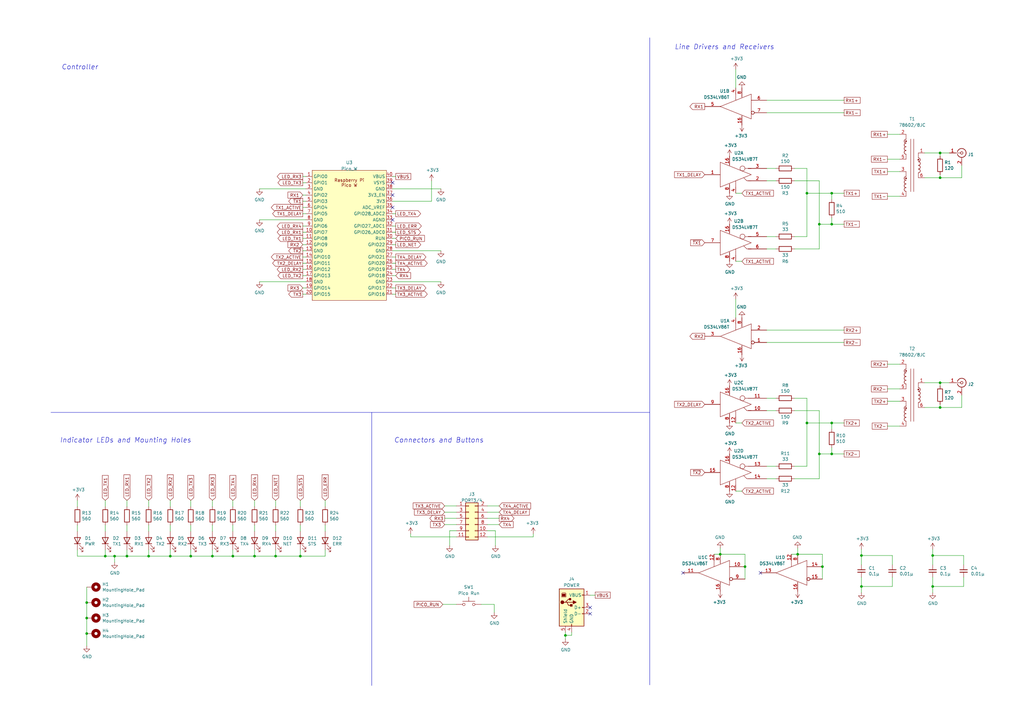
<source format=kicad_sch>
(kicad_sch (version 20230121) (generator eeschema)
  (paper "A3")
  (title_block (title "interface2") (date "2023-09-06") (rev "1"))
  (junction (at 385.572 156.972))
  (junction (at 87.122 228.092))
  (junction (at 341.122 173.482))
  (junction (at 336.042 186.182))
  (junction (at 385.572 72.898))
  (junction (at 35.56 247.142))
  (junction (at 104.394 228.092))
  (junction (at 78.232 228.092))
  (junction (at 341.122 91.948))
  (junction (at 353.314 227.838))
  (junction (at 353.314 240.538))
  (junction (at 95.504 228.092))
  (junction (at 336.042 91.948))
  (junction (at 385.572 62.738))
  (junction (at 382.524 240.538))
  (junction (at 330.962 173.482))
  (junction (at 69.85 228.092))
  (junction (at 327.152 227.33))
  (junction (at 341.122 186.182))
  (junction (at 35.56 259.842))
  (junction (at 35.56 253.492))
  (junction (at 337.312 232.41))
  (junction (at 43.18 228.092))
  (junction (at 113.03 228.092))
  (junction (at 231.902 260.604))
  (junction (at 60.96 228.092))
  (junction (at 295.402 227.33))
  (junction (at 52.07 228.092))
  (junction (at 330.962 79.248))
  (junction (at 341.122 79.248))
  (junction (at 46.99 228.092))
  (junction (at 123.19 228.092))
  (junction (at 382.524 227.838))
  (junction (at 385.572 167.132))
  (junction (at 305.562 232.41))
  (no_connect (at 161.036 74.93))
  (no_connect (at 161.036 90.17))
  (no_connect (at 242.062 249.174))
  (no_connect (at 311.912 234.95))
  (no_connect (at 280.162 234.95))
  (no_connect (at 161.036 85.09))
  (no_connect (at 242.062 251.714))
  (no_connect (at 161.036 80.01))
  (wire (pts (xy 124.206 72.39) (xy 125.476 72.39)))
  (wire (pts (xy 353.314 227.838) (xy 366.014 227.838)))
  (wire (pts (xy 363.982 164.592) (xy 369.062 164.592)))
  (wire (pts (xy 314.452 135.382) (xy 346.202 135.382)))
  (polyline (pts (xy 266.4968 280.924) (xy 266.4968 15.494)))
  (wire (pts (xy 161.036 115.57) (xy 180.848 115.57)))
  (wire (pts (xy 353.314 243.078) (xy 353.314 240.538)))
  (wire (pts (xy 385.572 165.862) (xy 385.572 167.132)))
  (wire (pts (xy 124.206 74.93) (xy 125.476 74.93)))
  (wire (pts (xy 353.314 227.838) (xy 353.314 231.648)))
  (wire (pts (xy 218.694 220.218) (xy 199.898 220.218)))
  (wire (pts (xy 60.96 225.552) (xy 60.96 228.092)))
  (wire (pts (xy 31.75 225.552) (xy 31.75 228.092)))
  (wire (pts (xy 382.524 225.298) (xy 382.524 227.838)))
  (wire (pts (xy 123.19 215.392) (xy 123.19 217.932)))
  (wire (pts (xy 337.312 237.49) (xy 337.312 232.41)))
  (wire (pts (xy 87.122 215.392) (xy 87.122 217.932)))
  (wire (pts (xy 353.314 240.538) (xy 366.014 240.538)))
  (wire (pts (xy 124.206 80.01) (xy 125.476 80.01)))
  (wire (pts (xy 123.19 228.092) (xy 123.19 225.552)))
  (wire (pts (xy 69.85 215.392) (xy 69.85 217.932)))
  (wire (pts (xy 325.882 69.088) (xy 330.962 69.088)))
  (wire (pts (xy 314.452 102.108) (xy 318.262 102.108)))
  (wire (pts (xy 124.206 100.33) (xy 125.476 100.33)))
  (wire (pts (xy 124.206 82.55) (xy 125.476 82.55)))
  (wire (pts (xy 330.962 173.482) (xy 330.962 163.322)))
  (wire (pts (xy 330.962 79.248) (xy 330.962 69.088)))
  (wire (pts (xy 330.962 97.028) (xy 330.962 79.248)))
  (wire (pts (xy 35.56 259.842) (xy 35.56 264.922)))
  (wire (pts (xy 325.882 163.322) (xy 330.962 163.322)))
  (wire (pts (xy 325.882 196.342) (xy 336.042 196.342)))
  (wire (pts (xy 336.042 186.182) (xy 336.042 196.342)))
  (wire (pts (xy 182.372 215.138) (xy 187.198 215.138)))
  (wire (pts (xy 60.96 215.392) (xy 60.96 217.932)))
  (wire (pts (xy 104.394 205.232) (xy 104.394 207.772)))
  (wire (pts (xy 168.402 220.218) (xy 187.198 220.218)))
  (wire (pts (xy 314.452 140.462) (xy 346.202 140.462)))
  (wire (pts (xy 353.314 225.298) (xy 353.314 227.838)))
  (wire (pts (xy 363.982 174.752) (xy 369.062 174.752)))
  (wire (pts (xy 330.962 191.262) (xy 330.962 173.482)))
  (wire (pts (xy 46.99 230.632) (xy 46.99 228.092)))
  (wire (pts (xy 60.96 228.092) (xy 69.85 228.092)))
  (wire (pts (xy 341.122 186.182) (xy 341.122 183.642)))
  (wire (pts (xy 395.224 236.728) (xy 395.224 240.538)))
  (wire (pts (xy 124.206 120.65) (xy 125.476 120.65)))
  (wire (pts (xy 162.306 118.11) (xy 161.036 118.11)))
  (wire (pts (xy 31.75 205.232) (xy 31.75 207.772)))
  (wire (pts (xy 341.122 186.182) (xy 346.202 186.182)))
  (wire (pts (xy 113.03 205.232) (xy 113.03 207.772)))
  (wire (pts (xy 124.206 95.25) (xy 125.476 95.25)))
  (wire (pts (xy 394.462 167.132) (xy 394.462 162.052)))
  (wire (pts (xy 231.902 259.334) (xy 231.902 260.604)))
  (wire (pts (xy 162.306 92.71) (xy 161.036 92.71)))
  (wire (pts (xy 181.61 247.904) (xy 187.198 247.904)))
  (wire (pts (xy 314.452 191.262) (xy 318.262 191.262)))
  (wire (pts (xy 43.18 228.092) (xy 46.99 228.092)))
  (wire (pts (xy 104.394 225.552) (xy 104.394 228.092)))
  (wire (pts (xy 95.504 215.392) (xy 95.504 217.932)))
  (wire (pts (xy 385.572 71.628) (xy 385.572 72.898)))
  (wire (pts (xy 187.198 217.678) (xy 184.404 217.678)))
  (wire (pts (xy 295.402 224.79) (xy 295.402 227.33)))
  (wire (pts (xy 161.036 77.47) (xy 180.848 77.47)))
  (wire (pts (xy 31.75 215.392) (xy 31.75 217.932)))
  (wire (pts (xy 124.206 105.41) (xy 125.476 105.41)))
  (wire (pts (xy 325.882 191.262) (xy 330.962 191.262)))
  (wire (pts (xy 124.206 97.79) (xy 125.476 97.79)))
  (wire (pts (xy 162.306 72.39) (xy 161.036 72.39)))
  (wire (pts (xy 161.036 87.63) (xy 162.306 87.63)))
  (wire (pts (xy 43.18 205.232) (xy 43.18 207.772)))
  (wire (pts (xy 161.036 113.03) (xy 162.306 113.03)))
  (wire (pts (xy 314.452 97.028) (xy 318.262 97.028)))
  (wire (pts (xy 385.572 62.738) (xy 389.382 62.738)))
  (wire (pts (xy 341.122 91.948) (xy 346.202 91.948)))
  (wire (pts (xy 341.122 79.248) (xy 341.122 81.788)))
  (wire (pts (xy 52.07 205.232) (xy 52.07 207.772)))
  (wire (pts (xy 203.2 217.678) (xy 203.2 223.774)))
  (wire (pts (xy 353.314 236.728) (xy 353.314 240.538)))
  (wire (pts (xy 385.572 64.008) (xy 385.572 62.738)))
  (wire (pts (xy 295.402 227.33) (xy 305.562 227.33)))
  (wire (pts (xy 60.96 205.232) (xy 60.96 207.772)))
  (wire (pts (xy 176.9872 82.55) (xy 161.036 82.55)))
  (wire (pts (xy 43.18 215.392) (xy 43.18 217.932)))
  (wire (pts (xy 35.56 247.142) (xy 35.56 253.492)))
  (wire (pts (xy 161.036 107.95) (xy 162.306 107.95)))
  (wire (pts (xy 104.394 215.392) (xy 104.394 217.932)))
  (wire (pts (xy 161.036 102.87) (xy 180.848 102.87)))
  (wire (pts (xy 327.152 224.79) (xy 327.152 227.33)))
  (wire (pts (xy 301.752 201.422) (xy 304.292 201.422)))
  (wire (pts (xy 133.35 205.232) (xy 133.35 207.772)))
  (wire (pts (xy 382.524 227.838) (xy 382.524 231.648)))
  (wire (pts (xy 314.452 69.088) (xy 318.262 69.088)))
  (wire (pts (xy 197.358 247.904) (xy 202.692 247.904)))
  (wire (pts (xy 124.206 87.63) (xy 125.476 87.63)))
  (wire (pts (xy 379.222 62.738) (xy 385.572 62.738)))
  (wire (pts (xy 124.206 102.87) (xy 125.476 102.87)))
  (wire (pts (xy 325.882 102.108) (xy 336.042 102.108)))
  (wire (pts (xy 113.03 215.392) (xy 113.03 217.932)))
  (wire (pts (xy 301.752 36.068) (xy 301.752 28.448)))
  (wire (pts (xy 95.504 228.092) (xy 104.394 228.092)))
  (wire (pts (xy 325.882 168.402) (xy 336.042 168.402)))
  (wire (pts (xy 324.612 227.33) (xy 327.152 227.33)))
  (wire (pts (xy 162.306 120.65) (xy 161.036 120.65)))
  (wire (pts (xy 242.062 244.094) (xy 244.094 244.094)))
  (wire (pts (xy 161.036 105.41) (xy 162.306 105.41)))
  (wire (pts (xy 341.122 173.482) (xy 341.122 176.022)))
  (wire (pts (xy 363.982 159.512) (xy 369.062 159.512)))
  (wire (pts (xy 366.014 227.838) (xy 366.014 231.648)))
  (wire (pts (xy 161.036 97.79) (xy 162.306 97.79)))
  (wire (pts (xy 123.19 205.232) (xy 123.19 207.772)))
  (wire (pts (xy 218.694 218.948) (xy 218.694 220.218)))
  (wire (pts (xy 204.724 212.598) (xy 199.898 212.598)))
  (wire (pts (xy 330.962 173.482) (xy 341.122 173.482)))
  (wire (pts (xy 176.9872 74.168) (xy 176.9872 82.55)))
  (wire (pts (xy 43.18 225.552) (xy 43.18 228.092)))
  (wire (pts (xy 363.982 149.352) (xy 369.062 149.352)))
  (wire (pts (xy 78.232 205.232) (xy 78.232 207.772)))
  (wire (pts (xy 341.122 173.482) (xy 346.202 173.482)))
  (wire (pts (xy 69.85 205.232) (xy 69.85 207.772)))
  (wire (pts (xy 162.306 95.25) (xy 161.036 95.25)))
  (wire (pts (xy 379.222 72.898) (xy 385.572 72.898)))
  (polyline (pts (xy 152.4508 281.178) (xy 152.4508 169.164)))
  (wire (pts (xy 382.524 240.538) (xy 395.224 240.538)))
  (wire (pts (xy 124.206 107.95) (xy 125.476 107.95)))
  (wire (pts (xy 133.35 228.092) (xy 133.35 225.552)))
  (wire (pts (xy 379.222 167.132) (xy 385.572 167.132)))
  (wire (pts (xy 301.752 107.188) (xy 304.292 107.188)))
  (wire (pts (xy 133.35 215.392) (xy 133.35 217.932)))
  (wire (pts (xy 113.03 228.092) (xy 113.03 225.552)))
  (wire (pts (xy 330.962 79.248) (xy 341.122 79.248)))
  (wire (pts (xy 325.882 74.168) (xy 336.042 74.168)))
  (wire (pts (xy 113.03 228.092) (xy 123.19 228.092)))
  (wire (pts (xy 231.902 260.604) (xy 231.902 262.128)))
  (wire (pts (xy 366.014 236.728) (xy 366.014 240.538)))
  (wire (pts (xy 35.56 240.792) (xy 35.56 247.142)))
  (wire (pts (xy 382.524 243.078) (xy 382.524 240.538)))
  (wire (pts (xy 106.426 77.47) (xy 125.476 77.47)))
  (wire (pts (xy 314.452 46.228) (xy 346.202 46.228)))
  (wire (pts (xy 363.982 55.118) (xy 369.062 55.118)))
  (wire (pts (xy 341.122 79.248) (xy 346.202 79.248)))
  (wire (pts (xy 382.524 236.728) (xy 382.524 240.538)))
  (wire (pts (xy 337.312 227.33) (xy 327.152 227.33)))
  (wire (pts (xy 394.462 72.898) (xy 394.462 67.818)))
  (wire (pts (xy 204.724 215.138) (xy 199.898 215.138)))
  (wire (pts (xy 336.042 186.182) (xy 341.122 186.182)))
  (wire (pts (xy 204.724 210.058) (xy 199.898 210.058)))
  (wire (pts (xy 199.898 217.678) (xy 203.2 217.678)))
  (wire (pts (xy 124.206 85.09) (xy 125.476 85.09)))
  (wire (pts (xy 363.982 70.358) (xy 369.062 70.358)))
  (wire (pts (xy 78.232 215.392) (xy 78.232 217.932)))
  (wire (pts (xy 69.85 225.552) (xy 69.85 228.092)))
  (wire (pts (xy 325.882 97.028) (xy 330.962 97.028)))
  (polyline (pts (xy 20.8788 169.164) (xy 266.4968 169.164)))
  (wire (pts (xy 162.306 100.33) (xy 161.036 100.33)))
  (wire (pts (xy 385.572 167.132) (xy 394.462 167.132)))
  (wire (pts (xy 52.07 225.552) (xy 52.07 228.092)))
  (wire (pts (xy 168.402 218.948) (xy 168.402 220.218)))
  (wire (pts (xy 124.206 113.03) (xy 125.476 113.03)))
  (wire (pts (xy 336.042 91.948) (xy 341.122 91.948)))
  (wire (pts (xy 106.426 115.57) (xy 125.476 115.57)))
  (wire (pts (xy 204.724 207.518) (xy 199.898 207.518)))
  (wire (pts (xy 123.19 228.092) (xy 133.35 228.092)))
  (wire (pts (xy 301.752 130.302) (xy 301.752 122.682)))
  (wire (pts (xy 336.042 168.402) (xy 336.042 186.182)))
  (wire (pts (xy 292.862 227.33) (xy 295.402 227.33)))
  (wire (pts (xy 336.042 74.168) (xy 336.042 91.948)))
  (wire (pts (xy 35.56 253.492) (xy 35.56 259.842)))
  (wire (pts (xy 52.07 215.392) (xy 52.07 217.932)))
  (wire (pts (xy 301.752 173.482) (xy 304.292 173.482)))
  (wire (pts (xy 87.122 225.552) (xy 87.122 228.092)))
  (wire (pts (xy 182.372 212.598) (xy 187.198 212.598)))
  (wire (pts (xy 46.99 228.092) (xy 52.07 228.092)))
  (wire (pts (xy 385.572 156.972) (xy 389.382 156.972)))
  (wire (pts (xy 31.75 228.092) (xy 43.18 228.092)))
  (wire (pts (xy 87.122 205.232) (xy 87.122 207.772)))
  (wire (pts (xy 87.122 228.092) (xy 95.504 228.092)))
  (wire (pts (xy 184.404 217.678) (xy 184.404 223.774)))
  (wire (pts (xy 69.85 228.092) (xy 78.232 228.092)))
  (wire (pts (xy 379.222 156.972) (xy 385.572 156.972)))
  (wire (pts (xy 363.982 80.518) (xy 369.062 80.518)))
  (wire (pts (xy 314.452 168.402) (xy 318.262 168.402)))
  (wire (pts (xy 395.224 227.838) (xy 395.224 231.648)))
  (wire (pts (xy 104.394 228.092) (xy 113.03 228.092)))
  (wire (pts (xy 161.036 110.49) (xy 162.306 110.49)))
  (wire (pts (xy 52.07 228.092) (xy 60.96 228.092)))
  (wire (pts (xy 182.372 210.058) (xy 187.198 210.058)))
  (wire (pts (xy 382.524 227.838) (xy 395.224 227.838)))
  (wire (pts (xy 305.562 237.49) (xy 305.562 232.41)))
  (wire (pts (xy 124.206 118.11) (xy 125.476 118.11)))
  (wire (pts (xy 336.042 91.948) (xy 336.042 102.108)))
  (wire (pts (xy 337.312 232.41) (xy 337.312 227.33)))
  (wire (pts (xy 124.206 110.49) (xy 125.476 110.49)))
  (wire (pts (xy 106.426 90.17) (xy 125.476 90.17)))
  (wire (pts (xy 95.504 205.232) (xy 95.504 207.772)))
  (wire (pts (xy 363.982 65.278) (xy 369.062 65.278)))
  (wire (pts (xy 182.372 207.518) (xy 187.198 207.518)))
  (wire (pts (xy 314.452 163.322) (xy 318.262 163.322)))
  (wire (pts (xy 234.442 259.334) (xy 234.442 260.604)))
  (wire (pts (xy 202.692 247.904) (xy 202.692 251.206)))
  (wire (pts (xy 78.232 225.552) (xy 78.232 228.092)))
  (wire (pts (xy 305.562 232.41) (xy 305.562 227.33)))
  (wire (pts (xy 124.206 92.71) (xy 125.476 92.71)))
  (wire (pts (xy 385.572 158.242) (xy 385.572 156.972)))
  (wire (pts (xy 301.752 79.248) (xy 304.292 79.248)))
  (wire (pts (xy 385.572 72.898) (xy 394.462 72.898)))
  (wire (pts (xy 234.442 260.604) (xy 231.902 260.604)))
  (wire (pts (xy 314.452 41.148) (xy 346.202 41.148)))
  (wire (pts (xy 341.122 91.948) (xy 341.122 89.408)))
  (wire (pts (xy 314.452 196.342) (xy 318.262 196.342)))
  (wire (pts (xy 314.452 74.168) (xy 318.262 74.168)))
  (wire (pts (xy 78.232 228.092) (xy 87.122 228.092)))
  (wire (pts (xy 95.504 225.552) (xy 95.504 228.092)))
  (text "Connectors and Buttons" (at 161.5948 181.864 0) (effects (font (size 2.0066 2.0066) italic) (justify left bottom)))
  (text "Line Drivers and Receivers" (at 276.6568 20.574 0) (effects (font (size 2.0066 2.0066) italic) (justify left bottom)))
  (text "Controller" (at 25.1968 28.829 0) (effects (font (size 2.0066 2.0066) italic) (justify left bottom)))
  (text "Indicator LEDs and Mounting Holes" (at 24.5618 181.864 0) (effects (font (size 2.0066 2.0066) italic) (justify left bottom)))
  (global_label "TX3" (shape input) (at 182.372 215.138 180) (property "Intersheetrefs" "${INTERSHEET_REFS}" (effects hide)))
  (global_label "TX2_ACTIVE" (shape input) (at 304.292 201.422 0) (property "Intersheetrefs" "${INTERSHEET_REFS}" (effects hide)))
  (global_label "TX2-" (shape passive) (at 346.202 186.182 0) (property "Intersheetrefs" "${INTERSHEET_REFS}" (effects hide)))
  (global_label "TX2_ACTIVE" (shape input) (at 304.292 173.482 0) (property "Intersheetrefs" "${INTERSHEET_REFS}" (effects hide)))
  (global_label "LED_RX3" (shape input) (at 87.122 205.232 90) (property "Intersheetrefs" "${INTERSHEET_REFS}" (effects hide)))
  (global_label "RX1+" (shape passive) (at 363.982 55.118 180) (property "Intersheetrefs" "${INTERSHEET_REFS}" (effects hide)))
  (global_label "RX2" (shape input) (at 124.206 100.33 180) (property "Intersheetrefs" "${INTERSHEET_REFS}" (effects hide)))
  (global_label "LED_RX3" (shape output) (at 124.206 72.39 180) (property "Intersheetrefs" "${INTERSHEET_REFS}" (effects hide)))
  (global_label "TX1+" (shape passive) (at 346.202 79.248 0) (property "Intersheetrefs" "${INTERSHEET_REFS}" (effects hide)))
  (global_label "LED_RX2" (shape output) (at 124.206 110.49 180) (property "Intersheetrefs" "${INTERSHEET_REFS}" (effects hide)))
  (global_label "TX4_ACTIVE" (shape input) (at 204.724 207.518 0) (property "Intersheetrefs" "${INTERSHEET_REFS}" (effects hide)))
  (global_label "RX3" (shape output) (at 182.372 212.598 180) (property "Intersheetrefs" "${INTERSHEET_REFS}" (effects hide)))
  (global_label "TX1_ACTIVE" (shape input) (at 304.292 107.188 0) (property "Intersheetrefs" "${INTERSHEET_REFS}" (effects hide)))
  (global_label "LED_TX3" (shape input) (at 78.232 205.232 90) (property "Intersheetrefs" "${INTERSHEET_REFS}" (effects hide)))
  (global_label "LED_TX1" (shape input) (at 43.18 205.232 90) (property "Intersheetrefs" "${INTERSHEET_REFS}" (effects hide)))
  (global_label "PICO_RUN" (shape input) (at 162.306 97.79 0) (property "Intersheetrefs" "${INTERSHEET_REFS}" (effects hide)))
  (global_label "LED_NET" (shape input) (at 113.03 205.232 90) (property "Intersheetrefs" "${INTERSHEET_REFS}" (effects hide)))
  (global_label "TX2_ACTIVE" (shape output) (at 124.206 105.41 180) (property "Intersheetrefs" "${INTERSHEET_REFS}" (effects hide)))
  (global_label "TX1_DELAY" (shape output) (at 124.206 87.63 180) (property "Intersheetrefs" "${INTERSHEET_REFS}" (effects hide)))
  (global_label "TX2_DELAY" (shape input) (at 289.052 165.862 180) (property "Intersheetrefs" "${INTERSHEET_REFS}" (effects hide)))
  (global_label "LED_TX4" (shape input) (at 95.504 205.232 90) (property "Intersheetrefs" "${INTERSHEET_REFS}" (effects hide)))
  (global_label "LED_RX2" (shape input) (at 69.85 205.232 90) (property "Intersheetrefs" "${INTERSHEET_REFS}" (effects hide)))
  (global_label "LED_ERR" (shape input) (at 133.35 205.232 90) (property "Intersheetrefs" "${INTERSHEET_REFS}" (effects hide)))
  (global_label "~{TX1}" (shape input) (at 289.052 99.568 180) (property "Intersheetrefs" "${INTERSHEET_REFS}" (effects hide)))
  (global_label "TX4_DELAY" (shape output) (at 162.306 105.41 0) (property "Intersheetrefs" "${INTERSHEET_REFS}" (effects hide)))
  (global_label "TX4_DELAY" (shape input) (at 204.724 210.058 0) (property "Intersheetrefs" "${INTERSHEET_REFS}" (effects hide)))
  (global_label "TX1_ACTIVE" (shape output) (at 124.206 85.09 180) (property "Intersheetrefs" "${INTERSHEET_REFS}" (effects hide)))
  (global_label "LED_STS" (shape output) (at 162.306 95.25 0) (property "Intersheetrefs" "${INTERSHEET_REFS}" (effects hide)))
  (global_label "RX3" (shape input) (at 124.206 118.11 180) (property "Intersheetrefs" "${INTERSHEET_REFS}" (effects hide)))
  (global_label "RX1-" (shape passive) (at 346.202 46.228 0) (property "Intersheetrefs" "${INTERSHEET_REFS}" (effects hide)))
  (global_label "TX4_ACTIVE" (shape output) (at 162.306 107.95 0) (property "Intersheetrefs" "${INTERSHEET_REFS}" (effects hide)))
  (global_label "LED_TX4" (shape output) (at 162.306 87.63 0) (property "Intersheetrefs" "${INTERSHEET_REFS}" (effects hide)))
  (global_label "RX2+" (shape passive) (at 346.202 135.382 0) (property "Intersheetrefs" "${INTERSHEET_REFS}" (effects hide)))
  (global_label "~{TX2}" (shape output) (at 124.206 102.87 180) (property "Intersheetrefs" "${INTERSHEET_REFS}" (effects hide)))
  (global_label "TX3" (shape output) (at 124.206 120.65 180) (property "Intersheetrefs" "${INTERSHEET_REFS}" (effects hide)))
  (global_label "TX4" (shape input) (at 204.724 215.138 0) (property "Intersheetrefs" "${INTERSHEET_REFS}" (effects hide)))
  (global_label "RX1" (shape output) (at 289.052 43.688 180) (property "Intersheetrefs" "${INTERSHEET_REFS}" (effects hide)))
  (global_label "VBUS" (shape passive) (at 244.094 244.094 0) (property "Intersheetrefs" "${INTERSHEET_REFS}" (effects hide)))
  (global_label "LED_RX4" (shape output) (at 124.206 92.71 180) (property "Intersheetrefs" "${INTERSHEET_REFS}" (effects hide)))
  (global_label "LED_TX2" (shape output) (at 124.206 113.03 180) (property "Intersheetrefs" "${INTERSHEET_REFS}" (effects hide)))
  (global_label "TX3_ACTIVE" (shape output) (at 162.306 120.65 0) (property "Intersheetrefs" "${INTERSHEET_REFS}" (effects hide)))
  (global_label "RX1+" (shape passive) (at 346.202 41.148 0) (property "Intersheetrefs" "${INTERSHEET_REFS}" (effects hide)))
  (global_label "RX4" (shape input) (at 162.306 113.03 0) (property "Intersheetrefs" "${INTERSHEET_REFS}" (effects hide)))
  (global_label "TX2+" (shape passive) (at 346.202 173.482 0) (property "Intersheetrefs" "${INTERSHEET_REFS}" (effects hide)))
  (global_label "LED_RX4" (shape input) (at 104.394 205.232 90) (property "Intersheetrefs" "${INTERSHEET_REFS}" (effects hide)))
  (global_label "RX4" (shape output) (at 204.724 212.598 0) (property "Intersheetrefs" "${INTERSHEET_REFS}" (effects hide)))
  (global_label "VBUS" (shape passive) (at 162.306 72.39 0) (property "Intersheetrefs" "${INTERSHEET_REFS}" (effects hide)))
  (global_label "TX4" (shape output) (at 162.306 110.49 0) (property "Intersheetrefs" "${INTERSHEET_REFS}" (effects hide)))
  (global_label "RX2-" (shape passive) (at 346.202 140.462 0) (property "Intersheetrefs" "${INTERSHEET_REFS}" (effects hide)))
  (global_label "LED_TX3" (shape output) (at 124.206 74.93 180) (property "Intersheetrefs" "${INTERSHEET_REFS}" (effects hide)))
  (global_label "TX1_DELAY" (shape input) (at 289.052 71.628 180) (property "Intersheetrefs" "${INTERSHEET_REFS}" (effects hide)))
  (global_label "TX1-" (shape passive) (at 363.982 80.518 180) (property "Intersheetrefs" "${INTERSHEET_REFS}" (effects hide)))
  (global_label "TX3_DELAY" (shape input) (at 182.372 210.058 180) (property "Intersheetrefs" "${INTERSHEET_REFS}" (effects hide)))
  (global_label "TX3_DELAY" (shape output) (at 162.306 118.11 0) (property "Intersheetrefs" "${INTERSHEET_REFS}" (effects hide)))
  (global_label "LED_STS" (shape input) (at 123.19 205.232 90) (property "Intersheetrefs" "${INTERSHEET_REFS}" (effects hide)))
  (global_label "TX1-" (shape passive) (at 346.202 91.948 0) (property "Intersheetrefs" "${INTERSHEET_REFS}" (effects hide)))
  (global_label "TX1+" (shape passive) (at 363.982 70.358 180) (property "Intersheetrefs" "${INTERSHEET_REFS}" (effects hide)))
  (global_label "TX3_ACTIVE" (shape input) (at 182.372 207.518 180) (property "Intersheetrefs" "${INTERSHEET_REFS}" (effects hide)))
  (global_label "TX1_ACTIVE" (shape input) (at 304.292 79.248 0) (property "Intersheetrefs" "${INTERSHEET_REFS}" (effects hide)))
  (global_label "~{TX2}" (shape input) (at 289.052 193.802 180) (property "Intersheetrefs" "${INTERSHEET_REFS}" (effects hide)))
  (global_label "PICO_RUN" (shape input) (at 181.61 247.904 180) (property "Intersheetrefs" "${INTERSHEET_REFS}" (effects hide)))
  (global_label "RX1-" (shape passive) (at 363.982 65.278 180) (property "Intersheetrefs" "${INTERSHEET_REFS}" (effects hide)))
  (global_label "RX2+" (shape passive) (at 363.982 149.352 180) (property "Intersheetrefs" "${INTERSHEET_REFS}" (effects hide)))
  (global_label "LED_ERR" (shape output) (at 162.306 92.71 0) (property "Intersheetrefs" "${INTERSHEET_REFS}" (effects hide)))
  (global_label "RX2-" (shape passive) (at 363.982 159.512 180) (property "Intersheetrefs" "${INTERSHEET_REFS}" (effects hide)))
  (global_label "LED_TX1" (shape output) (at 124.206 97.79 180) (property "Intersheetrefs" "${INTERSHEET_REFS}" (effects hide)))
  (global_label "TX2_DELAY" (shape output) (at 124.206 107.95 180) (property "Intersheetrefs" "${INTERSHEET_REFS}" (effects hide)))
  (global_label "LED_TX2" (shape input) (at 60.96 205.232 90) (property "Intersheetrefs" "${INTERSHEET_REFS}" (effects hide)))
  (global_label "TX2+" (shape passive) (at 363.982 164.592 180) (property "Intersheetrefs" "${INTERSHEET_REFS}" (effects hide)))
  (global_label "LED_RX1" (shape input) (at 52.07 205.232 90) (property "Intersheetrefs" "${INTERSHEET_REFS}" (effects hide)))
  (global_label "RX2" (shape output) (at 289.052 137.922 180) (property "Intersheetrefs" "${INTERSHEET_REFS}" (effects hide)))
  (global_label "RX1" (shape input) (at 124.206 80.01 180) (property "Intersheetrefs" "${INTERSHEET_REFS}" (effects hide)))
  (global_label "~{TX1}" (shape output) (at 124.206 82.55 180) (property "Intersheetrefs" "${INTERSHEET_REFS}" (effects hide)))
  (global_label "LED_NET" (shape output) (at 162.306 100.33 0) (property "Intersheetrefs" "${INTERSHEET_REFS}" (effects hide)))
  (global_label "LED_RX1" (shape output) (at 124.206 95.25 180) (property "Intersheetrefs" "${INTERSHEET_REFS}" (effects hide)))
  (global_label "TX2-" (shape passive) (at 363.982 174.752 180) (property "Intersheetrefs" "${INTERSHEET_REFS}" (effects hide)))
  (symbol (lib_id "power:+3V3") (at 31.75 205.232 0) (unit 1)
    (property "Reference" "#PWR022" (effects hide))
    (property "Value" "+3V3" (at 32.131 200.8378 0))
  )
  (symbol (lib_id "power:GND") (at 304.292 130.302 180) (unit 1)
    (property "Reference" "#PWR016" (effects hide))
    (property "Value" "GND" (at 304.165 125.9078 0))
  )
  (symbol (lib_id "power:+3V3") (at 176.9872 74.168 0) (unit 1)
    (property "Reference" "#PWR05" (effects hide))
    (property "Value" "+3V3" (at 177.3682 69.7738 0))
  )
  (symbol (lib_id "Device:R") (at 322.072 191.262 270) (unit 1)
    (property "Reference" "R11" (at 322.072 186.0042 90))
    (property "Value" "33" (at 322.072 188.3156 90))
    (property "Footprint" "Resistor_SMD:R_0603_1608Metric_Pad0.98x0.95mm_HandSolder" (effects hide))
    (property "Manufacturer" "Vishay" (effects hide))
    (property "Part" "RCS060333R0FKEA" (effects hide))
  )
  (symbol (lib_id "Device:LED") (at 87.122 221.742 90) (unit 1)
    (property "Reference" "D7" (at 90.1192 220.7514 90) (effects (justify right)))
    (property "Value" "RX3" (at 90.1192 223.0628 90) (effects (justify right)))
    (property "Footprint" "LED_SMD:LED_0603_1608Metric" (effects hide))
    (property "Manufacturer" "Wurth Elektronik" (effects hide))
    (property "Part" "150060YS55040" (effects hide))
  )
  (symbol (lib_id "power:GND") (at 299.212 107.188 0) (unit 1)
    (property "Reference" "#PWR012" (effects hide))
    (property "Value" "GND" (at 299.339 111.5822 0))
  )
  (symbol (lib_id "Device:LED") (at 78.232 221.742 90) (unit 1)
    (property "Reference" "D6" (at 81.2292 220.7514 90) (effects (justify right)))
    (property "Value" "TX3" (at 81.2292 223.0628 90) (effects (justify right)))
    (property "Footprint" "LED_SMD:LED_0603_1608Metric" (effects hide))
    (property "Manufacturer" "Wurth Elektronik" (effects hide))
    (property "Part" "150060YS55040" (effects hide))
  )
  (symbol (lib_id "power:GND") (at 327.152 224.79 180) (unit 1)
    (property "Reference" "#PWR028" (effects hide))
    (property "Value" "GND" (at 327.025 220.3958 0))
  )
  (symbol (lib_id "power:+3V3") (at 304.292 145.542 180) (unit 1)
    (property "Reference" "#PWR017" (effects hide))
    (property "Value" "+3V3" (at 303.911 149.9362 0))
  )
  (symbol (lib_id "power:GND") (at 231.902 262.128 0) (unit 1)
    (property "Reference" "#PWR038" (effects hide))
    (property "Value" "GND" (at 232.029 266.5222 0))
  )
  (symbol (lib_id "Connector:USB_B") (at 234.442 249.174 0) (unit 1)
    (property "Reference" "J4" (at 234.442 237.49 0))
    (property "Value" "POWER" (at 234.442 240.03 0))
    (property "Footprint" "Connector_USB:USB_B_OST_USB-B1HSxx_Horizontal" (effects hide))
    (property "Datasheet" " ~" (effects hide))
  )
  (symbol (lib_id "Device:R") (at 385.572 162.052 0) (unit 1)
    (property "Reference" "R7" (at 387.35 160.8836 0) (effects (justify left)))
    (property "Value" "120" (at 387.35 163.195 0) (effects (justify left)))
    (property "Footprint" "Resistor_SMD:R_0603_1608Metric_Pad0.98x0.95mm_HandSolder" (effects hide))
    (property "Manufacturer" "Vishay" (effects hide))
    (property "Part" "RCS0603120RFKEA" (effects hide))
  )
  (symbol (lib_id "Device:LED") (at 104.394 221.742 90) (unit 1)
    (property "Reference" "D9" (at 107.3912 220.7514 90) (effects (justify right)))
    (property "Value" "RX4" (at 107.3912 223.0628 90) (effects (justify right)))
    (property "Footprint" "LED_SMD:LED_0603_1608Metric" (effects hide))
    (property "Manufacturer" "Wurth Elektronik" (effects hide))
    (property "Part" "150060YS55040" (effects hide))
  )
  (symbol (lib_id "Interface_LineDriver:MC3486N") (at 301.752 137.922 180) (unit 1)
    (property "Reference" "U1" (at 299.212 131.572 0) (effects (justify left)))
    (property "Value" "DS34LV86T" (at 299.212 134.112 0) (effects (justify left)))
    (property "Footprint" "Package_SO:SOIC-16_3.9x9.9mm_P1.27mm" (effects hide))
    (property "Datasheet" "https://www.ti.com/lit/ds/symlink/ds34lv86t.pdf" (effects hide))
    (property "Manufacturer" "TI" (effects hide))
    (property "Part" "DS34LV86T" (effects hide))
  )
  (symbol (lib_id "Device:R") (at 95.504 211.582 0) (unit 1)
    (property "Reference" "R20" (at 97.282 210.4136 0) (effects (justify left)))
    (property "Value" "560" (at 97.282 212.725 0) (effects (justify left)))
    (property "Footprint" "Resistor_SMD:R_0603_1608Metric_Pad0.98x0.95mm_HandSolder" (effects hide))
    (property "Manufacturer" "Vishay" (effects hide))
    (property "Part" "RCS0603560RFKEA" (effects hide))
  )
  (symbol (lib_id "Device:LED") (at 69.85 221.742 90) (unit 1)
    (property "Reference" "D5" (at 72.8472 220.7514 90) (effects (justify right)))
    (property "Value" "RX2" (at 72.8472 223.0628 90) (effects (justify right)))
    (property "Footprint" "LED_SMD:LED_0603_1608Metric" (effects hide))
    (property "Manufacturer" "Wurth Elektronik" (effects hide))
    (property "Part" "150060YS55040" (effects hide))
  )
  (symbol (lib_id "Switch:SW_Push") (at 192.278 247.904 0) (unit 1)
    (property "Reference" "SW1" (at 192.278 240.792 0))
    (property "Value" "Pico Run" (at 192.278 243.332 0))
    (property "Footprint" "Button_Switch_SMD:SW_Push_1P1T_NO_6x6mm_H9.5mm" (effects hide))
  )
  (symbol (lib_id "power:GND") (at 382.524 243.078 0) (unit 1)
    (property "Reference" "#PWR035" (effects hide))
    (property "Value" "GND" (at 382.651 247.4722 0))
  )
  (symbol (lib_id "Connector:Conn_Coaxial") (at 394.462 156.972 0) (unit 1)
    (property "Reference" "J2" (at 397.002 157.607 0) (effects (justify left)))
    (property "Value" "PORT2" (effects hide))
    (property "Footprint" "Connector_Coaxial:BNC_Amphenol_B6252HB-NPP3G-50_Horizontal" (effects hide))
    (property "Datasheet" " ~" (effects hide))
    (property "Manufacturer" "TE Connectivity" (effects hide))
    (property "Part" "1-1337543-0" (effects hide))
  )
  (symbol (lib_id "Device:R") (at 322.072 102.108 270) (unit 1)
    (property "Reference" "R6" (at 322.072 107.188 90))
    (property "Value" "33" (at 322.072 104.648 90))
    (property "Footprint" "Resistor_SMD:R_0603_1608Metric_Pad0.98x0.95mm_HandSolder" (effects hide))
    (property "Manufacturer" "Vishay" (effects hide))
    (property "Part" "RCS060333R0FKEA" (effects hide))
  )
  (symbol (lib_id "power:GND") (at 106.426 90.17 0) (unit 1)
    (property "Reference" "#PWR09" (effects hide))
    (property "Value" "GND" (at 106.426 94.615 0))
  )
  (symbol (lib_id "library:Murata_78602") (at 374.142 162.052 0) (unit 1)
    (property "Reference" "T2" (at 374.142 143.002 0))
    (property "Value" "78602/8JC" (at 374.142 145.542 0))
    (property "Footprint" "library:Murata_786J" (effects hide))
    (property "Datasheet" "https://www.murata-ps.com/datasheet?/data/magnetics/kmp_786j.pdf" (effects hide))
    (property "Manufacturer" "Murata" (effects hide))
    (property "Part" "78602/8JC" (effects hide))
  )
  (symbol (lib_id "power:+3V3") (at 299.212 186.182 0) (unit 1)
    (property "Reference" "#PWR020" (effects hide))
    (property "Value" "+3V3" (at 299.593 181.7878 0))
  )
  (symbol (lib_id "power:GND") (at 203.2 223.774 0) (unit 1)
    (property "Reference" "#PWR026" (effects hide))
    (property "Value" "GND" (at 203.327 228.1682 0))
  )
  (symbol (lib_id "Device:R") (at 31.75 211.582 0) (unit 1)
    (property "Reference" "R13" (at 33.528 210.4136 0) (effects (justify left)))
    (property "Value" "560" (at 33.528 212.725 0) (effects (justify left)))
    (property "Footprint" "Resistor_SMD:R_0603_1608Metric_Pad0.98x0.95mm_HandSolder" (effects hide))
    (property "Manufacturer" "Vishay" (effects hide))
    (property "Part" "RCS0603560RFKEA" (effects hide))
  )
  (symbol (lib_id "power:+3V3") (at 304.292 51.308 180) (unit 1)
    (property "Reference" "#PWR03" (effects hide))
    (property "Value" "+3V3" (at 303.911 55.7022 0))
  )
  (symbol (lib_id "Device:R") (at 341.122 85.598 180) (unit 1)
    (property "Reference" "R4" (at 342.9 84.4296 0) (effects (justify right)))
    (property "Value" "510" (at 342.9 86.741 0) (effects (justify right)))
    (property "Footprint" "Resistor_SMD:R_0603_1608Metric_Pad0.98x0.95mm_HandSolder" (effects hide))
    (property "Manufacturer" "Vishay" (effects hide))
    (property "Part" "RCS0603510RFKEA" (effects hide))
  )
  (symbol (lib_id "Device:R") (at 113.03 211.582 0) (unit 1)
    (property "Reference" "R22" (at 114.808 210.4136 0) (effects (justify left)))
    (property "Value" "560" (at 114.808 212.725 0) (effects (justify left)))
    (property "Footprint" "Resistor_SMD:R_0603_1608Metric_Pad0.98x0.95mm_HandSolder" (effects hide))
    (property "Manufacturer" "Vishay" (effects hide))
    (property "Part" "RCS0603560RFKEA" (effects hide))
  )
  (symbol (lib_id "power:+3V3") (at 301.752 28.448 0) (unit 1)
    (property "Reference" "#PWR01" (effects hide))
    (property "Value" "+3V3" (at 302.133 24.0538 0))
  )
  (symbol (lib_id "power:+3V3") (at 295.402 242.57 180) (unit 1)
    (property "Reference" "#PWR032" (effects hide))
    (property "Value" "+3V3" (at 295.021 246.9642 0))
  )
  (symbol (lib_id "Device:R") (at 322.072 97.028 270) (unit 1)
    (property "Reference" "R5" (at 322.072 91.7702 90))
    (property "Value" "33" (at 322.072 94.0816 90))
    (property "Footprint" "Resistor_SMD:R_0603_1608Metric_Pad0.98x0.95mm_HandSolder" (effects hide))
    (property "Manufacturer" "Vishay" (effects hide))
    (property "Part" "RCS060333R0FKEA" (effects hide))
  )
  (symbol (lib_id "power:GND") (at 299.212 173.482 0) (unit 1)
    (property "Reference" "#PWR019" (effects hide))
    (property "Value" "GND" (at 299.339 177.8762 0))
  )
  (symbol (lib_id "Device:R") (at 123.19 211.582 0) (unit 1)
    (property "Reference" "R23" (at 124.968 210.4136 0) (effects (justify left)))
    (property "Value" "560" (at 124.968 212.725 0) (effects (justify left)))
    (property "Footprint" "Resistor_SMD:R_0603_1608Metric_Pad0.98x0.95mm_HandSolder" (effects hide))
    (property "Manufacturer" "Vishay" (effects hide))
    (property "Part" "RCS0603560RFKEA" (effects hide))
  )
  (symbol (lib_id "Device:LED") (at 52.07 221.742 90) (unit 1)
    (property "Reference" "D3" (at 55.0672 220.7514 90) (effects (justify right)))
    (property "Value" "RX1" (at 55.0672 223.0628 90) (effects (justify right)))
    (property "Footprint" "LED_SMD:LED_0603_1608Metric" (effects hide))
    (property "Manufacturer" "Wurth Elektronik" (effects hide))
    (property "Part" "150060YS55040" (effects hide))
  )
  (symbol (lib_id "Interface_LineDriver:MC3486N") (at 292.862 234.95 180) (unit 3)
    (property "Reference" "U1" (at 290.322 228.6 0) (effects (justify left)))
    (property "Value" "DS34LV86T" (at 290.322 231.14 0) (effects (justify left)))
    (property "Footprint" "Package_SO:SOIC-16_3.9x9.9mm_P1.27mm" (effects hide))
    (property "Datasheet" "https://www.ti.com/lit/ds/symlink/ds34lv86t.pdf" (effects hide))
    (property "Manufacturer" "TI" (effects hide))
    (property "Part" "DS34LV86T" (effects hide))
  )
  (symbol (lib_id "power:GND") (at 35.56 264.922 0) (unit 1)
    (property "Reference" "#PWR037" (effects hide))
    (property "Value" "GND" (at 35.687 269.3162 0))
  )
  (symbol (lib_id "Device:LED") (at 123.19 221.742 90) (unit 1)
    (property "Reference" "D11" (at 126.1872 220.7514 90) (effects (justify right)))
    (property "Value" "STS" (at 126.1872 223.0628 90) (effects (justify right)))
    (property "Footprint" "LED_SMD:LED_0603_1608Metric" (effects hide))
    (property "Manufacturer" "Wurth Elektronik" (effects hide))
    (property "Part" "150060RS55040" (effects hide))
  )
  (symbol (lib_id "Connector_Generic:Conn_02x06_Odd_Even") (at 192.278 212.598 0) (unit 1)
    (property "Reference" "J3" (at 193.548 202.692 0))
    (property "Value" "PORT3/4" (at 193.548 205.232 0))
    (property "Footprint" "Connector_PinHeader_2.54mm:PinHeader_2x06_P2.54mm_Vertical" (effects hide))
  )
  (symbol (lib_id "Device:R") (at 133.35 211.582 0) (unit 1)
    (property "Reference" "R24" (at 135.128 210.4136 0) (effects (justify left)))
    (property "Value" "560" (at 135.128 212.725 0) (effects (justify left)))
    (property "Footprint" "Resistor_SMD:R_0603_1608Metric_Pad0.98x0.95mm_HandSolder" (effects hide))
    (property "Manufacturer" "Vishay" (effects hide))
    (property "Part" "RCS0603560RFKEA" (effects hide))
  )
  (symbol (lib_id "Interface_LineDriver:MC3487N") (at 301.752 193.802 0) (unit 4)
    (property "Reference" "U2" (at 303.022 184.912 0))
    (property "Value" "DS34LV87T" (at 305.562 187.452 0))
    (property "Footprint" "Package_SO:SOIC-16_3.9x9.9mm_P1.27mm" (effects hide))
    (property "Datasheet" "https://www.ti.com/lit/ds/symlink/ds34lv87t.pdf" (effects hide))
    (property "Manufacturer" "TI" (effects hide))
    (property "Part" "DS34LV87T" (effects hide))
  )
  (symbol (lib_id "Device:LED") (at 60.96 221.742 90) (unit 1)
    (property "Reference" "D4" (at 63.9572 220.7514 90) (effects (justify right)))
    (property "Value" "TX2" (at 63.9572 223.0628 90) (effects (justify right)))
    (property "Footprint" "LED_SMD:LED_0603_1608Metric" (effects hide))
    (property "Manufacturer" "Wurth Elektronik" (effects hide))
    (property "Part" "150060YS55040" (effects hide))
  )
  (symbol (lib_id "power:+3V3") (at 353.314 225.298 0) (unit 1)
    (property "Reference" "#PWR029" (effects hide))
    (property "Value" "+3V3" (at 353.695 220.9038 0))
  )
  (symbol (lib_id "Device:R") (at 322.072 74.168 90) (mirror x) (unit 1)
    (property "Reference" "R3" (at 322.072 79.248 90))
    (property "Value" "150" (at 322.072 76.708 90))
    (property "Footprint" "Resistor_SMD:R_0603_1608Metric_Pad0.98x0.95mm_HandSolder" (effects hide))
    (property "Manufacturer" "Vishay" (effects hide))
    (property "Part" "RCS0603150RFKEA" (effects hide))
  )
  (symbol (lib_id "power:GND") (at 299.212 79.248 0) (unit 1)
    (property "Reference" "#PWR08" (effects hide))
    (property "Value" "GND" (at 299.339 83.6422 0))
  )
  (symbol (lib_id "power:+3V3") (at 299.212 158.242 0) (unit 1)
    (property "Reference" "#PWR018" (effects hide))
    (property "Value" "+3V3" (at 299.593 153.8478 0))
  )
  (symbol (lib_id "Mechanical:MountingHole_Pad") (at 38.1 253.492 270) (unit 1)
    (property "Reference" "H3" (at 41.91 252.3236 90) (effects (justify left)))
    (property "Value" "MountingHole_Pad" (at 41.91 254.635 90) (effects (justify left)))
    (property "Footprint" "MountingHole:MountingHole_2.7mm_M2.5_ISO7380_Pad" (effects hide))
  )
  (symbol (lib_id "Device:R") (at 322.072 163.322 270) (unit 1)
    (property "Reference" "R8" (at 322.072 158.0642 90))
    (property "Value" "150" (at 322.072 160.3756 90))
    (property "Footprint" "Resistor_SMD:R_0603_1608Metric_Pad0.98x0.95mm_HandSolder" (effects hide))
    (property "Manufacturer" "Vishay" (effects hide))
    (property "Part" "RCS0603150RFKEA" (effects hide))
  )
  (symbol (lib_id "Device:LED") (at 43.18 221.742 90) (unit 1)
    (property "Reference" "D2" (at 46.1772 220.7514 90) (effects (justify right)))
    (property "Value" "TX1" (at 46.1772 223.0628 90) (effects (justify right)))
    (property "Footprint" "LED_SMD:LED_0603_1608Metric" (effects hide))
    (property "Manufacturer" "Wurth Elektronik" (effects hide))
    (property "Part" "150060YS55040" (effects hide))
  )
  (symbol (lib_id "Device:R") (at 322.072 196.342 270) (unit 1)
    (property "Reference" "R12" (at 322.072 201.422 90))
    (property "Value" "33" (at 322.072 198.882 90))
    (property "Footprint" "Resistor_SMD:R_0603_1608Metric_Pad0.98x0.95mm_HandSolder" (effects hide))
    (property "Manufacturer" "Vishay" (effects hide))
    (property "Part" "RCS060333R0FKEA" (effects hide))
  )
  (symbol (lib_id "power:+3V3") (at 299.212 64.008 0) (unit 1)
    (property "Reference" "#PWR04" (effects hide))
    (property "Value" "+3V3" (at 299.593 59.6138 0))
  )
  (symbol (lib_id "Interface_LineDriver:MC3487N") (at 301.752 99.568 0) (unit 2)
    (property "Reference" "U2" (at 303.022 90.678 0))
    (property "Value" "DS34LV87T" (at 305.562 93.218 0))
    (property "Footprint" "Package_SO:SOIC-16_3.9x9.9mm_P1.27mm" (effects hide))
    (property "Datasheet" "https://www.ti.com/lit/ds/symlink/ds34lv87t.pdf" (effects hide))
    (property "Manufacturer" "TI" (effects hide))
    (property "Part" "DS34LV87T" (effects hide))
  )
  (symbol (lib_id "power:GND") (at 46.99 230.632 0) (unit 1)
    (property "Reference" "#PWR031" (effects hide))
    (property "Value" "GND" (at 47.117 235.0262 0))
  )
  (symbol (lib_id "Device:R") (at 341.122 179.832 180) (unit 1)
    (property "Reference" "R10" (at 342.9 178.6636 0) (effects (justify right)))
    (property "Value" "510" (at 342.9 180.975 0) (effects (justify right)))
    (property "Footprint" "Resistor_SMD:R_0603_1608Metric_Pad0.98x0.95mm_HandSolder" (effects hide))
    (property "Manufacturer" "Vishay" (effects hide))
    (property "Part" "RCS0603510RFKEA" (effects hide))
  )
  (symbol (lib_id "Device:R") (at 322.072 69.088 270) (unit 1)
    (property "Reference" "R2" (at 322.072 63.8302 90))
    (property "Value" "150" (at 322.072 66.1416 90))
    (property "Footprint" "Resistor_SMD:R_0603_1608Metric_Pad0.98x0.95mm_HandSolder" (effects hide))
    (property "Manufacturer" "Vishay" (effects hide))
    (property "Part" "RCS0603150RFKEA" (effects hide))
  )
  (symbol (lib_id "Device:R") (at 385.572 67.818 0) (unit 1)
    (property "Reference" "R1" (at 387.35 66.6496 0) (effects (justify left)))
    (property "Value" "120" (at 387.35 68.961 0) (effects (justify left)))
    (property "Footprint" "Resistor_SMD:R_0603_1608Metric_Pad0.98x0.95mm_HandSolder" (effects hide))
    (property "Manufacturer" "Vishay" (effects hide))
    (property "Part" "RCS0603120RFKEA" (effects hide))
  )
  (symbol (lib_id "power:GND") (at 353.314 243.078 0) (unit 1)
    (property "Reference" "#PWR034" (effects hide))
    (property "Value" "GND" (at 353.441 247.4722 0))
  )
  (symbol (lib_id "power:GND") (at 180.848 115.57 0) (unit 1)
    (property "Reference" "#PWR014" (effects hide))
    (property "Value" "GND" (at 180.848 120.015 0))
  )
  (symbol (lib_id "Device:R") (at 104.394 211.582 0) (unit 1)
    (property "Reference" "R21" (at 106.172 210.4136 0) (effects (justify left)))
    (property "Value" "560" (at 106.172 212.725 0) (effects (justify left)))
    (property "Footprint" "Resistor_SMD:R_0603_1608Metric_Pad0.98x0.95mm_HandSolder" (effects hide))
    (property "Manufacturer" "Vishay" (effects hide))
    (property "Part" "RCS0603560RFKEA" (effects hide))
  )
  (symbol (lib_id "power:GND") (at 202.692 251.206 0) (unit 1)
    (property "Reference" "#PWR036" (effects hide))
    (property "Value" "GND" (at 202.819 255.6002 0))
  )
  (symbol (lib_id "Device:LED") (at 95.504 221.742 90) (unit 1)
    (property "Reference" "D8" (at 98.5012 220.7514 90) (effects (justify right)))
    (property "Value" "TX4" (at 98.5012 223.0628 90) (effects (justify right)))
    (property "Footprint" "LED_SMD:LED_0603_1608Metric" (effects hide))
    (property "Manufacturer" "Wurth Elektronik" (effects hide))
    (property "Part" "150060YS55040" (effects hide))
  )
  (symbol (lib_id "power:GND") (at 295.402 224.79 180) (unit 1)
    (property "Reference" "#PWR027" (effects hide))
    (property "Value" "GND" (at 295.275 220.3958 0))
  )
  (symbol (lib_id "Interface_LineDriver:MC3487N") (at 301.752 71.628 0) (unit 1)
    (property "Reference" "U2" (at 303.022 62.738 0))
    (property "Value" "DS34LV87T" (at 305.562 65.278 0))
    (property "Footprint" "Package_SO:SOIC-16_3.9x9.9mm_P1.27mm" (effects hide))
    (property "Datasheet" "https://www.ti.com/lit/ds/symlink/ds34lv87t.pdf" (effects hide))
    (property "Manufacturer" "TI" (effects hide))
    (property "Part" "DS34LV87T" (effects hide))
  )
  (symbol (lib_id "Device:R") (at 43.18 211.582 0) (unit 1)
    (property "Reference" "R14" (at 44.958 210.4136 0) (effects (justify left)))
    (property "Value" "560" (at 44.958 212.725 0) (effects (justify left)))
    (property "Footprint" "Resistor_SMD:R_0603_1608Metric_Pad0.98x0.95mm_HandSolder" (effects hide))
    (property "Manufacturer" "Vishay" (effects hide))
    (property "Part" "RCS0603560RFKEA" (effects hide))
  )
  (symbol (lib_id "power:+3V3") (at 327.152 242.57 180) (unit 1)
    (property "Reference" "#PWR033" (effects hide))
    (property "Value" "+3V3" (at 326.771 246.9642 0))
  )
  (symbol (lib_id "Interface_LineDriver:MC3486N") (at 301.752 43.688 180) (unit 2)
    (property "Reference" "U1" (at 299.212 37.338 0) (effects (justify left)))
    (property "Value" "DS34LV86T" (at 299.212 39.878 0) (effects (justify left)))
    (property "Footprint" "Package_SO:SOIC-16_3.9x9.9mm_P1.27mm" (effects hide))
    (property "Datasheet" "https://www.ti.com/lit/ds/symlink/ds34lv86t.pdf" (effects hide))
    (property "Manufacturer" "TI" (effects hide))
    (property "Part" "DS34LV86T" (effects hide))
  )
  (symbol (lib_id "power:GND") (at 304.292 36.068 180) (unit 1)
    (property "Reference" "#PWR02" (effects hide))
    (property "Value" "GND" (at 304.165 31.6738 0))
  )
  (symbol (lib_id "Interface_LineDriver:MC3486N") (at 324.612 234.95 180) (unit 4)
    (property "Reference" "U1" (at 322.072 228.6 0) (effects (justify left)))
    (property "Value" "DS34LV86T" (at 322.072 231.14 0) (effects (justify left)))
    (property "Footprint" "Package_SO:SOIC-16_3.9x9.9mm_P1.27mm" (effects hide))
    (property "Datasheet" "https://www.ti.com/lit/ds/symlink/ds34lv86t.pdf" (effects hide))
    (property "Manufacturer" "TI" (effects hide))
    (property "Part" "DS34LV86T" (effects hide))
  )
  (symbol (lib_id "Device:C_Small") (at 353.314 234.188 0) (unit 1)
    (property "Reference" "C1" (at 356.235 233.0196 0) (effects (justify left)))
    (property "Value" "0.1µ" (at 356.235 235.331 0) (effects (justify left)))
    (property "Footprint" "Capacitor_SMD:C_0603_1608Metric_Pad1.08x0.95mm_HandSolder" (effects hide))
    (property "Manufacturer" "Taiyo Yuden" (effects hide))
    (property "Part" "EMK107B7104KA-T" (effects hide))
  )
  (symbol (lib_id "Device:R") (at 322.072 168.402 90) (mirror x) (unit 1)
    (property "Reference" "R9" (at 322.072 173.482 90))
    (property "Value" "150" (at 322.072 170.942 90))
    (property "Footprint" "Resistor_SMD:R_0603_1608Metric_Pad0.98x0.95mm_HandSolder" (effects hide))
    (property "Manufacturer" "Vishay" (effects hide))
    (property "Part" "RCS0603150RFKEA" (effects hide))
  )
  (symbol (lib_id "power:+3V3") (at 301.752 122.682 0) (unit 1)
    (property "Reference" "#PWR015" (effects hide))
    (property "Value" "+3V3" (at 302.133 118.2878 0))
  )
  (symbol (lib_id "Device:LED") (at 31.75 221.742 90) (unit 1)
    (property "Reference" "D1" (at 34.7472 220.7514 90) (effects (justify right)))
    (property "Value" "PWR" (at 34.7472 223.0628 90) (effects (justify right)))
    (property "Footprint" "LED_SMD:LED_0603_1608Metric" (effects hide))
    (property "Manufacturer" "Wurth Elektronik" (effects hide))
    (property "Part" "150060VS55040" (effects hide))
  )
  (symbol (lib_id "rpi-pico:Pico_W") (at 143.256 96.52 0) (unit 1)
    (property "Reference" "U3" (at 143.256 66.675 0))
    (property "Value" "Pico_W" (at 143.256 69.215 0))
    (property "Footprint" "library:RPi_Pico_W_SMD_TH" (effects hide))
  )
  (symbol (lib_id "power:+3V3") (at 218.694 218.948 0) (mirror y) (unit 1)
    (property "Reference" "#PWR024" (effects hide))
    (property "Value" "+3V3" (at 218.313 214.5538 0))
  )
  (symbol (lib_id "Device:R") (at 78.232 211.582 0) (unit 1)
    (property "Reference" "R18" (at 80.01 210.4136 0) (effects (justify left)))
    (property "Value" "560" (at 80.01 212.725 0) (effects (justify left)))
    (property "Footprint" "Resistor_SMD:R_0603_1608Metric_Pad0.98x0.95mm_HandSolder" (effects hide))
    (property "Manufacturer" "Vishay" (effects hide))
    (property "Part" "RCS0603560RFKEA" (effects hide))
  )
  (symbol (lib_id "power:GND") (at 180.848 77.47 0) (unit 1)
    (property "Reference" "#PWR07" (effects hide))
    (property "Value" "GND" (at 180.848 81.915 0))
  )
  (symbol (lib_id "library:Murata_78602") (at 374.142 67.818 0) (unit 1)
    (property "Reference" "T1" (at 374.142 48.768 0))
    (property "Value" "78602/8JC" (at 374.142 51.308 0))
    (property "Footprint" "library:Murata_786J" (effects hide))
    (property "Datasheet" "https://www.murata-ps.com/datasheet?/data/magnetics/kmp_786j.pdf" (effects hide))
    (property "Manufacturer" "Murata" (effects hide))
    (property "Part" "78602/8JC" (effects hide))
  )
  (symbol (lib_id "Mechanical:MountingHole_Pad") (at 38.1 247.142 270) (unit 1)
    (property "Reference" "H2" (at 41.91 245.9736 90) (effects (justify left)))
    (property "Value" "MountingHole_Pad" (at 41.91 248.285 90) (effects (justify left)))
    (property "Footprint" "MountingHole:MountingHole_2.7mm_M2.5_ISO7380_Pad" (effects hide))
  )
  (symbol (lib_id "power:GND") (at 106.426 115.57 0) (unit 1)
    (property "Reference" "#PWR013" (effects hide))
    (property "Value" "GND" (at 106.426 120.015 0))
  )
  (symbol (lib_id "Device:C_Small") (at 366.014 234.188 0) (mirror y) (unit 1)
    (property "Reference" "C2" (at 368.935 233.0196 0) (effects (justify right)))
    (property "Value" "0.01µ" (at 368.935 235.331 0) (effects (justify right)))
    (property "Footprint" "Capacitor_SMD:C_0603_1608Metric_Pad1.08x0.95mm_HandSolder" (effects hide))
    (property "Manufacturer" "Taiyo Yuden" (effects hide))
    (property "Part" "HMK107B7103KA-T" (effects hide))
  )
  (symbol (lib_id "power:GND") (at 184.404 223.774 0) (unit 1)
    (property "Reference" "#PWR025" (effects hide))
    (property "Value" "GND" (at 184.531 228.1682 0))
  )
  (symbol (lib_id "Device:C_Small") (at 382.524 234.188 0) (unit 1)
    (property "Reference" "C3" (at 385.445 233.0196 0) (effects (justify left)))
    (property "Value" "0.1µ" (at 385.445 235.331 0) (effects (justify left)))
    (property "Footprint" "Capacitor_SMD:C_0603_1608Metric_Pad1.08x0.95mm_HandSolder" (effects hide))
    (property "Manufacturer" "Taiyo Yuden" (effects hide))
    (property "Part" "EMK107B7104KA-T" (effects hide))
  )
  (symbol (lib_id "Mechanical:MountingHole_Pad") (at 38.1 259.842 270) (unit 1)
    (property "Reference" "H4" (at 41.91 258.6736 90) (effects (justify left)))
    (property "Value" "MountingHole_Pad" (at 41.91 260.985 90) (effects (justify left)))
    (property "Footprint" "MountingHole:MountingHole_2.7mm_M2.5_ISO7380_Pad" (effects hide))
  )
  (symbol (lib_id "power:+3V3") (at 382.524 225.298 0) (unit 1)
    (property "Reference" "#PWR030" (effects hide))
    (property "Value" "+3V3" (at 382.905 220.9038 0))
  )
  (symbol (lib_id "Interface_LineDriver:MC3487N") (at 301.752 165.862 0) (unit 3)
    (property "Reference" "U2" (at 303.022 156.972 0))
    (property "Value" "DS34LV87T" (at 305.562 159.512 0))
    (property "Footprint" "Package_SO:SOIC-16_3.9x9.9mm_P1.27mm" (effects hide))
    (property "Datasheet" "https://www.ti.com/lit/ds/symlink/ds34lv87t.pdf" (effects hide))
    (property "Manufacturer" "TI" (effects hide))
    (property "Part" "DS34LV87T" (effects hide))
  )
  (symbol (lib_id "Connector:Conn_Coaxial") (at 394.462 62.738 0) (unit 1)
    (property "Reference" "J1" (at 397.002 63.373 0) (effects (justify left)))
    (property "Value" "PORT1" (effects hide))
    (property "Footprint" "Connector_Coaxial:BNC_Amphenol_B6252HB-NPP3G-50_Horizontal" (effects hide))
    (property "Datasheet" " ~" (effects hide))
    (property "Manufacturer" "TE Connectivity" (effects hide))
    (property "Part" "1-1337543-0" (effects hide))
  )
  (symbol (lib_id "Device:R") (at 69.85 211.582 0) (unit 1)
    (property "Reference" "R17" (at 71.628 210.4136 0) (effects (justify left)))
    (property "Value" "560" (at 71.628 212.725 0) (effects (justify left)))
    (property "Footprint" "Resistor_SMD:R_0603_1608Metric_Pad0.98x0.95mm_HandSolder" (effects hide))
    (property "Manufacturer" "Vishay" (effects hide))
    (property "Part" "RCS0603560RFKEA" (effects hide))
  )
  (symbol (lib_id "Device:R") (at 52.07 211.582 0) (unit 1)
    (property "Reference" "R15" (at 53.848 210.4136 0) (effects (justify left)))
    (property "Value" "560" (at 53.848 212.725 0) (effects (justify left)))
    (property "Footprint" "Resistor_SMD:R_0603_1608Metric_Pad0.98x0.95mm_HandSolder" (effects hide))
    (property "Manufacturer" "Vishay" (effects hide))
    (property "Part" "RCS0603560RFKEA" (effects hide))
  )
  (symbol (lib_id "Device:LED") (at 133.35 221.742 90) (unit 1)
    (property "Reference" "D12" (at 136.3472 220.7514 90) (effects (justify right)))
    (property "Value" "ERR" (at 136.3472 223.0628 90) (effects (justify right)))
    (property "Footprint" "LED_SMD:LED_0603_1608Metric" (effects hide))
    (property "Manufacturer" "Wurth Elektronik" (effects hide))
    (property "Part" "150060RS55040" (effects hide))
  )
  (symbol (lib_id "power:GND") (at 180.848 102.87 0) (unit 1)
    (property "Reference" "#PWR011" (effects hide))
    (property "Value" "GND" (at 180.848 107.315 0))
  )
  (symbol (lib_id "Mechanical:MountingHole_Pad") (at 38.1 240.792 270) (unit 1)
    (property "Reference" "H1" (at 41.91 239.6236 90) (effects (justify left)))
    (property "Value" "MountingHole_Pad" (at 41.91 241.935 90) (effects (justify left)))
    (property "Footprint" "MountingHole:MountingHole_2.7mm_M2.5_ISO7380_Pad" (effects hide))
  )
  (symbol (lib_id "Device:R") (at 60.96 211.582 0) (unit 1)
    (property "Reference" "R16" (at 62.738 210.4136 0) (effects (justify left)))
    (property "Value" "560" (at 62.738 212.725 0) (effects (justify left)))
    (property "Footprint" "Resistor_SMD:R_0603_1608Metric_Pad0.98x0.95mm_HandSolder" (effects hide))
    (property "Manufacturer" "Vishay" (effects hide))
    (property "Part" "RCS0603560RFKEA" (effects hide))
  )
  (symbol (lib_id "power:+3V3") (at 299.212 91.948 0) (unit 1)
    (property "Reference" "#PWR010" (effects hide))
    (property "Value" "+3V3" (at 299.593 87.5538 0))
  )
  (symbol (lib_id "power:GND") (at 106.426 77.47 0) (unit 1)
    (property "Reference" "#PWR06" (effects hide))
    (property "Value" "GND" (at 106.426 81.915 0))
  )
  (symbol (lib_id "Device:R") (at 87.122 211.582 0) (unit 1)
    (property "Reference" "R19" (at 88.9 210.4136 0) (effects (justify left)))
    (property "Value" "560" (at 88.9 212.725 0) (effects (justify left)))
    (property "Footprint" "Resistor_SMD:R_0603_1608Metric_Pad0.98x0.95mm_HandSolder" (effects hide))
    (property "Manufacturer" "Vishay" (effects hide))
    (property "Part" "RCS0603560RFKEA" (effects hide))
  )
  (symbol (lib_id "power:GND") (at 299.212 201.422 0) (unit 1)
    (property "Reference" "#PWR021" (effects hide))
    (property "Value" "GND" (at 299.339 205.8162 0))
  )
  (symbol (lib_id "power:+3V3") (at 168.402 218.948 0) (unit 1)
    (property "Reference" "#PWR023" (effects hide))
    (property "Value" "+3V3" (at 168.783 214.5538 0))
  )
  (symbol (lib_id "Device:LED") (at 113.03 221.742 90) (unit 1)
    (property "Reference" "D10" (at 116.0272 220.7514 90) (effects (justify right)))
    (property "Value" "NET" (at 116.0272 223.0628 90) (effects (justify right)))
    (property "Footprint" "LED_SMD:LED_0603_1608Metric" (effects hide))
    (property "Manufacturer" "Wurth Elektronik" (effects hide))
    (property "Part" "150060RS55040" (effects hide))
  )
  (symbol (lib_id "Device:C_Small") (at 395.224 234.188 0) (mirror y) (unit 1)
    (property "Reference" "C4" (at 398.145 233.0196 0) (effects (justify right)))
    (property "Value" "0.01µ" (at 398.145 235.331 0) (effects (justify right)))
    (property "Footprint" "Capacitor_SMD:C_0603_1608Metric_Pad1.08x0.95mm_HandSolder" (effects hide))
    (property "Manufacturer" "Taiyo Yuden" (effects hide))
    (property "Part" "HMK107B7103KA-T" (effects hide))
  )
)
</source>
